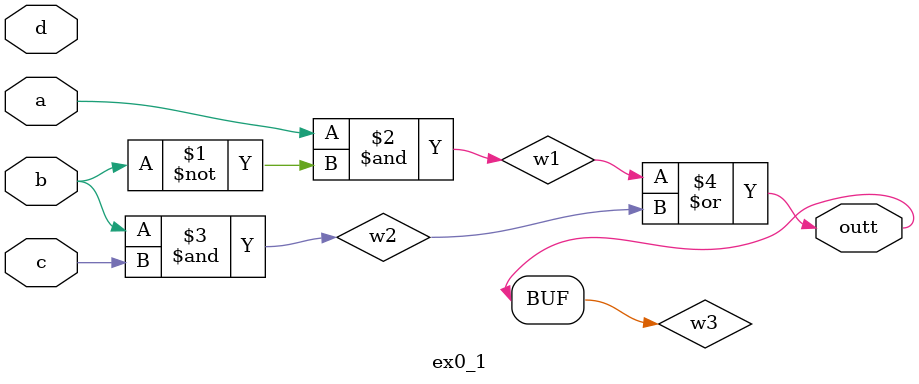
<source format=v>
module ex0_1 (a, b, c, d, outt);
  input a, b, c, d;
  output wire outt; // Changed to output wire

  // Declaração dos fios
  wire w1, w2, w3;

  // Lógica combinacional
  assign w1 = a & ~b;
  assign w2 = b & c;
  assign w3 = w1 | w2;

  // Lógica sequencial (se necessário)
 

  // Atribuição final à saída
  assign outt = w3; // Assuming w3 is the final result

endmodule
</source>
